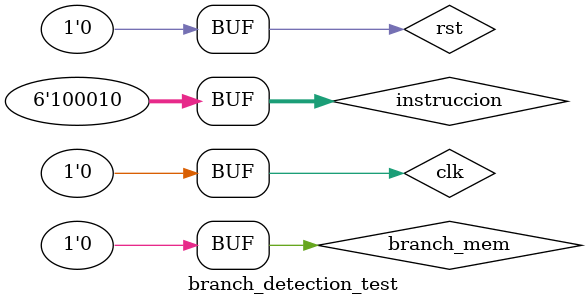
<source format=v>
`timescale 1ns / 1ps


module branch_detection_test;

	// Inputs
	reg clk;
	reg rst;
	reg [5:0] instruccion;
	reg branch_mem;

	// Outputs
	wire stop_pc;
	wire stop_latch;
	wire bubble;

	// Instantiate the Unit Under Test (UUT)
	branch_detection uut (
		.clk(clk), 
		.rst(rst), 
		.instruccion(instruccion), 
		.branch_mem(branch_mem), 
		.stop_pc(stop_pc), 
		.stop_latch(stop_latch), 
		.bubble(bubble)
	);

	initial begin
		// Initialize Inputs
		clk = 0;
		rst = 0;
		instruccion = 0;
		branch_mem = 0;

		// Wait 100 ns for global reset to finish
		#100;
      rst = 1;
		#100;
		rst = 0;
		#100;
		
		instruccion = 6'b000101;
		clk = 1;
		#100;
		clk = 0;
		#100;
		clk = 1;
		#100;
		clk = 0;
		#100;
		clk = 1;
		#100;
		clk = 0;
		#100;
		instruccion = 6'b100010;
		clk = 1;
		#100;
		clk = 0;
		#100;
		clk = 1;
		#100;
		clk = 0;
		#100;
		clk = 1;
		#100;
		clk = 0;
		


	end
      
endmodule


</source>
